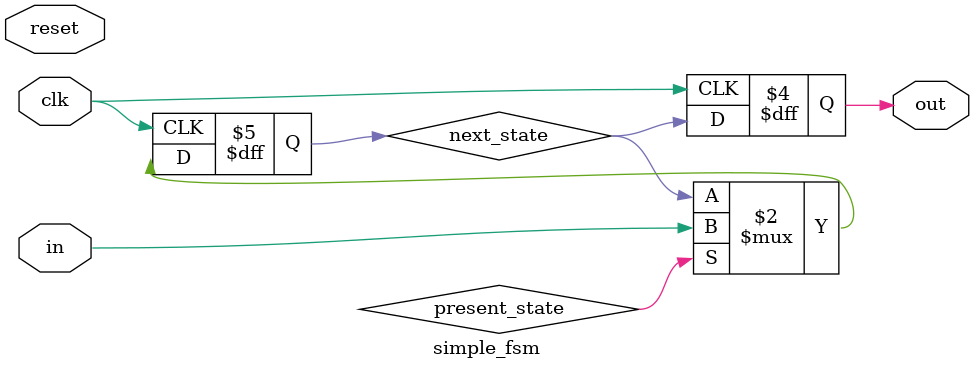
<source format=v>
module simple_fsm(clk, reset, in, out);
input clk;
input reset;
input in;
output out;
wire out;
reg present_state, next_state;
// In state 0, if in=1, stay in state 0. In state 0, if in=0, go to state 1
// In state 1, if in=1, stay in state 1. In state 1, if in=0, go to state 0
// out=1 in state 0 and out=0 in state 1
always @(posedge clk)
  next_state <= present_state ? in : next_state;
always @(posedge clk)
  out <= next_state;
endmodule

</source>
